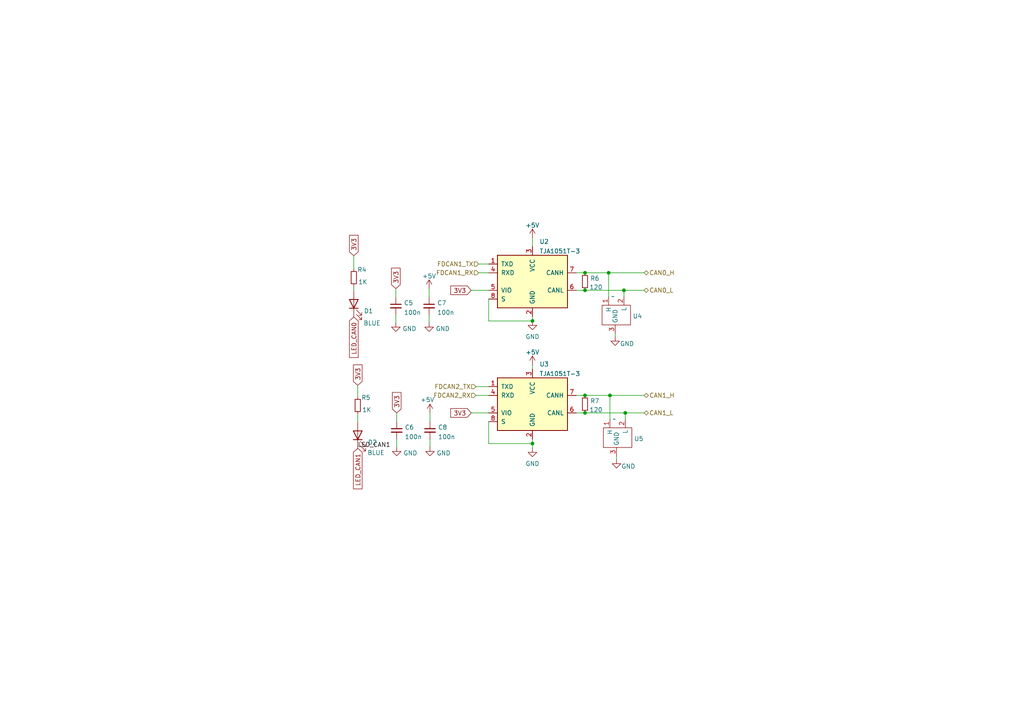
<source format=kicad_sch>
(kicad_sch (version 20230121) (generator eeschema)
  (paper "A4")
  (lib_symbols
    (symbol "Device:C_Small" (pin_numbers hide) (pin_names (offset 0.254) hide)
      (property "Reference" "C" (at 0.254 1.778 0))
      (property "Value" "C_Small" (at 0.254 -2.032 0))
      (symbol "C_Small_0_1"
        (polyline (pts (xy -1.524 -0.508) (xy 1.524 -0.508)) (stroke (width 0.3302)))
        (polyline (pts (xy -1.524 0.508) (xy 1.524 0.508)) (stroke (width 0.3048)))
      )
      (symbol "C_Small_1_1"
        (pin passive line (at 0 2.54 270) (length 2.032) (name "~") (number "1"))
        (pin passive line (at 0 -2.54 90) (length 2.032) (name "~") (number "2"))
      )
    )
    (symbol "Device:LED" (pin_numbers hide) (pin_names (offset 1.016) hide)
      (property "Reference" "D" (at 0 2.54 0))
      (property "Value" "LED" (at 0 -2.54 0))
      (symbol "LED_0_1"
        (polyline (pts (xy -1.27 -1.27) (xy -1.27 1.27)) (stroke (width 0.254)))
        (polyline (pts (xy -1.27 0) (xy 1.27 0)))
        (polyline (pts (xy 1.27 -1.27) (xy 1.27 1.27) (xy -1.27 0) (xy 1.27 -1.27)) (stroke (width 0.254)))
        (polyline (pts (xy -3.048 -0.762) (xy -4.572 -2.286) (xy -3.81 -2.286) (xy -4.572 -2.286) (xy -4.572 -1.524)))
        (polyline (pts (xy -1.778 -0.762) (xy -3.302 -2.286) (xy -2.54 -2.286) (xy -3.302 -2.286) (xy -3.302 -1.524)))
      )
      (symbol "LED_1_1"
        (pin passive line (at -3.81 0 0) (length 2.54) (name "K") (number "1"))
        (pin passive line (at 3.81 0 180) (length 2.54) (name "A") (number "2"))
      )
    )
    (symbol "Device:R_Small" (pin_numbers hide) (pin_names (offset 0.254) hide)
      (property "Reference" "R" (at 0.762 0.508 0))
      (property "Value" "R_Small" (at 0.762 -1.016 0))
      (symbol "R_Small_0_1"
        (rectangle (start -0.762 1.778) (end 0.762 -1.778) (stroke (width 0.2032)))
      )
      (symbol "R_Small_1_1"
        (pin passive line (at 0 2.54 270) (length 0.762) (name "~") (number "1"))
        (pin passive line (at 0 -2.54 90) (length 0.762) (name "~") (number "2"))
      )
    )
    (symbol "Extra IC:PESD1CAN"
      (property "Reference" "U" (at 3.81 -5.08 0))
      (symbol "PESD1CAN_0_1"
        (rectangle (start -4.445 3.81) (end 3.81 -1.905))
      )
      (symbol "PESD1CAN_1_1"
        (pin input line (at -2.54 6.35 270) (length 2.54) (name "H") (number "1"))
        (pin input line (at 1.905 6.35 270) (length 2.54) (name "L") (number "2"))
        (pin power_out line (at -0.635 -4.445 90) (length 2.54) (name "GND") (number "3"))
      )
    )
    (symbol "Interface_CAN_LIN:TJA1051T-3" (pin_names (offset 1.016))
      (property "Reference" "U" (at -10.16 8.89 0))
      (property "Value" "TJA1051T-3" (at 1.27 8.89 0))
      (symbol "TJA1051T-3_0_1"
        (rectangle (start -10.16 7.62) (end 10.16 -7.62) (stroke (width 0.254)) (fill (type background)))
      )
      (symbol "TJA1051T-3_1_1"
        (pin input line (at -12.7 5.08 0) (length 2.54) (name "TXD") (number "1"))
        (pin power_in line (at 0 -10.16 90) (length 2.54) (name "GND") (number "2"))
        (pin power_in line (at 0 10.16 270) (length 2.54) (name "VCC") (number "3"))
        (pin output line (at -12.7 2.54 0) (length 2.54) (name "RXD") (number "4"))
        (pin power_in line (at -12.7 -2.54 0) (length 2.54) (name "VIO") (number "5"))
        (pin bidirectional line (at 12.7 -2.54 180) (length 2.54) (name "CANL") (number "6"))
        (pin bidirectional line (at 12.7 2.54 180) (length 2.54) (name "CANH") (number "7"))
        (pin input line (at -12.7 -5.08 0) (length 2.54) (name "S") (number "8"))
      )
    )
    (symbol "power:+5V" (power) (pin_names (offset 0))
      (property "Value" "+5V" (at 0 3.556 0))
      (symbol "+5V_0_1"
        (polyline (pts (xy -0.762 1.27) (xy 0 2.54)))
        (polyline (pts (xy 0 0) (xy 0 2.54)))
        (polyline (pts (xy 0 2.54) (xy 0.762 1.27)))
      )
      (symbol "+5V_1_1"
        (pin power_in line (at 0 0 90) (length 0) hide (name "+5V") (number "1"))
      )
    )
    (symbol "power:GND" (power) (pin_names (offset 0))
      (property "Value" "GND" (at 0 -3.81 0))
      (symbol "GND_0_1"
        (polyline (pts (xy 0 0) (xy 0 -1.27) (xy 1.27 -1.27) (xy 0 -2.54) (xy -1.27 -1.27) (xy 0 -1.27)))
      )
      (symbol "GND_1_1"
        (pin power_in line (at 0 0 270) (length 0) hide (name "GND") (number "1"))
      )
    )
  )
  (junction (at 176.911 114.681))
  (junction (at 154.432 128.651))
  (junction (at 169.672 119.761))
  (junction (at 169.672 79.121))
  (junction (at 181.356 119.761))
  (junction (at 180.975 84.201))
  (junction (at 176.53 79.121))
  (junction (at 169.672 84.201))
  (junction (at 154.432 93.091))
  (junction (at 169.672 114.681))
  (wire (pts (xy 167.132 119.761) (xy 169.672 119.761)))
  (wire (pts (xy 114.808 91.313) (xy 114.808 93.599)))
  (wire (pts (xy 167.132 79.121) (xy 169.672 79.121)))
  (wire (pts (xy 154.432 68.961) (xy 154.432 71.501)))
  (wire (pts (xy 103.759 120.142) (xy 103.759 122.428)))
  (wire (pts (xy 169.672 79.121) (xy 176.53 79.121)))
  (wire (pts (xy 154.432 127.381) (xy 154.432 128.651)))
  (wire (pts (xy 169.672 114.681) (xy 176.911 114.681)))
  (wire (pts (xy 154.432 128.651) (xy 154.432 129.921)))
  (wire (pts (xy 138.049 112.141) (xy 141.732 112.141)))
  (wire (pts (xy 136.652 119.761) (xy 141.732 119.761)))
  (wire (pts (xy 141.732 93.091) (xy 154.432 93.091)))
  (wire (pts (xy 180.975 84.201) (xy 186.817 84.201)))
  (wire (pts (xy 103.759 111.76) (xy 103.759 115.062)))
  (wire (pts (xy 136.652 84.201) (xy 141.732 84.201)))
  (wire (pts (xy 138.811 76.581) (xy 141.732 76.581)))
  (wire (pts (xy 154.432 91.821) (xy 154.432 93.091)))
  (wire (pts (xy 138.811 79.121) (xy 141.732 79.121)))
  (wire (pts (xy 167.132 84.201) (xy 169.672 84.201)))
  (wire (pts (xy 178.816 133.223) (xy 178.816 132.334)))
  (wire (pts (xy 102.616 83.058) (xy 102.616 84.328)))
  (wire (pts (xy 180.975 84.201) (xy 180.975 85.979)))
  (wire (pts (xy 141.732 128.651) (xy 154.432 128.651)))
  (wire (pts (xy 124.714 119.761) (xy 124.714 122.301)))
  (wire (pts (xy 176.53 79.121) (xy 176.53 85.979)))
  (wire (pts (xy 169.672 119.761) (xy 181.356 119.761)))
  (wire (pts (xy 115.062 119.761) (xy 115.062 122.301)))
  (wire (pts (xy 181.356 119.761) (xy 186.817 119.761)))
  (wire (pts (xy 178.435 97.663) (xy 178.435 96.774)))
  (wire (pts (xy 102.616 74.168) (xy 102.616 77.978)))
  (wire (pts (xy 176.911 114.681) (xy 186.817 114.681)))
  (wire (pts (xy 124.46 91.313) (xy 124.46 93.599)))
  (wire (pts (xy 141.732 86.741) (xy 141.732 93.091)))
  (wire (pts (xy 124.714 127.381) (xy 124.714 129.667)))
  (wire (pts (xy 138.049 114.681) (xy 141.732 114.681)))
  (wire (pts (xy 124.46 83.693) (xy 124.46 86.233)))
  (wire (pts (xy 176.53 79.121) (xy 186.817 79.121)))
  (wire (pts (xy 115.062 127.381) (xy 115.062 129.667)))
  (wire (pts (xy 141.732 122.301) (xy 141.732 128.651)))
  (wire (pts (xy 154.432 105.791) (xy 154.432 107.061)))
  (wire (pts (xy 169.672 84.201) (xy 180.975 84.201)))
  (wire (pts (xy 167.132 114.681) (xy 169.672 114.681)))
  (wire (pts (xy 114.808 83.693) (xy 114.808 86.233)))
  (wire (pts (xy 176.911 114.681) (xy 176.911 121.539)))
  (wire (pts (xy 181.356 119.761) (xy 181.356 121.539)))
  (label "LED_CAN1" (at 103.759 130.048 0))
  (global_label "3V3" (shape input) (at 114.808 83.693 90) (property "Intersheetrefs" "${INTERSHEET_REFS}" (effects hide)))
  (global_label "3V3" (shape input) (at 136.652 84.201 180) (property "Intersheetrefs" "${INTERSHEET_REFS}" (effects hide)))
  (global_label "3V3" (shape input) (at 103.759 111.76 90) (property "Intersheetrefs" "${INTERSHEET_REFS}" (effects hide)))
  (global_label "3V3" (shape input) (at 136.652 119.761 180) (property "Intersheetrefs" "${INTERSHEET_REFS}" (effects hide)))
  (global_label "LED_CAN0" (shape input) (at 102.616 91.948 270) (property "Intersheetrefs" "${INTERSHEET_REFS}" (effects hide)))
  (global_label "3V3" (shape input) (at 102.616 74.168 90) (property "Intersheetrefs" "${INTERSHEET_REFS}" (effects hide)))
  (global_label "3V3" (shape input) (at 115.062 119.761 90) (property "Intersheetrefs" "${INTERSHEET_REFS}" (effects hide)))
  (global_label "LED_CAN1" (shape input) (at 103.759 130.048 270) (property "Intersheetrefs" "${INTERSHEET_REFS}" (effects hide)))
  (hierarchical_label "CAN0_L" (shape bidirectional) (at 186.817 84.201 0))
  (hierarchical_label "CAN1_H" (shape bidirectional) (at 186.817 114.681 0))
  (hierarchical_label "CAN1_L" (shape bidirectional) (at 186.817 119.761 0))
  (hierarchical_label "FDCAN1_TX" (shape input) (at 138.811 76.581 180))
  (hierarchical_label "FDCAN2_TX" (shape input) (at 138.049 112.141 180))
  (hierarchical_label "CAN0_H" (shape bidirectional) (at 186.817 79.121 0))
  (hierarchical_label "FDCAN1_RX" (shape input) (at 138.811 79.121 180))
  (hierarchical_label "FDCAN2_RX" (shape input) (at 138.049 114.681 180))
  (symbol (lib_id "Device:LED") (at 102.616 88.138 90) (unit 1)
    (property "Reference" "D1" (at 105.537 90.2045 90) (effects (justify right)))
    (property "Value" "BLUE" (at 105.41 93.726 90) (effects (justify right)))
    (property "Footprint" "LED_SMD:LED_0402_1005Metric" (effects hide))
    (instances (project "EtherCAT_FUNC" (path "" (reference "D1") (unit 1))) (project "EtherCAT2XXX" (path "" (reference "D4") (unit 1))))
  )
  (symbol (lib_id "Device:R_Small") (at 102.616 80.518 180) (unit 1)
    (property "Reference" "R4" (at 103.632 78.232 0) (effects (justify right)))
    (property "Value" "1K" (at 103.886 81.788 0) (effects (justify right)))
    (property "Footprint" "Resistor_SMD:R_0402_1005Metric" (effects hide))
    (instances (project "EtherCAT_FUNC" (path "" (reference "R4") (unit 1))) (project "EtherCAT2XXX" (path "" (reference "R23") (unit 1))))
  )
  (symbol (lib_id "power:+5V") (at 124.46 83.693 0) (unit 1)
    (property "Reference" "#PWR017" (effects hide))
    (property "Value" "+5V" (at 124.46 80.0885 0))
    (instances (project "EtherCAT_FUNC" (path "" (reference "#PWR017") (unit 1))) (project "EtherCAT2XXX" (path "" (reference "#PWR0150") (unit 1))))
  )
  (symbol (lib_id "Extra IC:PESD1CAN") (at 179.07 92.329 0) (unit 1)
    (property "Reference" "U4" (at 183.515 91.6933 0) (effects (justify left)))
    (property "Value" "~" (at 177.8 85.979 0))
    (property "Footprint" "Package_TO_SOT_SMD:SOT-23-3" (effects hide))
    (instances (project "EtherCAT_FUNC" (path "" (reference "U4") (unit 1))) (project "EtherCAT2XXX" (path "" (reference "U5") (unit 1))) (project "USB2XXX" (path "" (reference "U10") (unit 1))))
  )
  (symbol (lib_id "Device:C_Small") (at 114.808 88.773 0) (unit 1)
    (property "Reference" "C5" (at 117.1321 87.8708 0) (effects (justify left)))
    (property "Value" "100n" (at 117.1321 90.6459 0) (effects (justify left)))
    (property "Footprint" "Capacitor_SMD:C_0402_1005Metric" (effects hide))
    (instances (project "EtherCAT_FUNC" (path "" (reference "C5") (unit 1))) (project "EtherCAT2XXX" (path "" (reference "C29") (unit 1))))
  )
  (symbol (lib_id "power:GND") (at 154.432 93.091 0) (unit 1)
    (property "Reference" "#PWR028" (effects hide))
    (property "Value" "GND" (at 154.432 97.6535 0))
    (instances (project "EtherCAT_FUNC" (path "" (reference "#PWR028") (unit 1))) (project "EtherCAT2XXX" (path "" (reference "#PWR0141") (unit 1))))
  )
  (symbol (lib_id "power:+5V") (at 154.432 68.961 0) (unit 1)
    (property "Reference" "#PWR027" (effects hide))
    (property "Value" "+5V" (at 154.432 65.3565 0))
    (instances (project "EtherCAT_FUNC" (path "" (reference "#PWR027") (unit 1))) (project "EtherCAT2XXX" (path "" (reference "#PWR0159") (unit 1))))
  )
  (symbol (lib_id "Device:R_Small") (at 103.759 117.602 180) (unit 1)
    (property "Reference" "R5" (at 104.775 115.316 0) (effects (justify right)))
    (property "Value" "1K" (at 105.029 118.872 0) (effects (justify right)))
    (property "Footprint" "Resistor_SMD:R_0402_1005Metric" (effects hide))
    (instances (project "EtherCAT_FUNC" (path "" (reference "R5") (unit 1))) (project "EtherCAT2XXX" (path "" (reference "R22") (unit 1))))
  )
  (symbol (lib_id "power:GND") (at 178.435 97.663 0) (unit 1)
    (property "Reference" "#PWR031" (effects hide))
    (property "Value" "GND" (at 181.864 99.695 0))
    (instances (project "EtherCAT_FUNC" (path "" (reference "#PWR031") (unit 1))) (project "EtherCAT2XXX" (path "" (reference "#PWR014") (unit 1))) (project "USB2XXX" (path "" (reference "#PWR085") (unit 1))))
  )
  (symbol (lib_id "Interface_CAN_LIN:TJA1051T-3") (at 154.432 81.661 0) (unit 1)
    (property "Reference" "U2" (at 156.4514 70.0745 0) (effects (justify left)))
    (property "Value" "TJA1051T-3" (at 156.4514 72.8496 0) (effects (justify left)))
    (property "Footprint" "Package_SO:SOIC-8_3.9x4.9mm_P1.27mm" (effects hide))
    (property "Datasheet" "http://www.nxp.com/documents/data_sheet/TJA1051.pdf" (effects hide))
    (instances (project "EtherCAT_FUNC" (path "" (reference "U2") (unit 1))) (project "EtherCAT2XXX" (path "" (reference "U6") (unit 1))))
  )
  (symbol (lib_id "power:GND") (at 124.714 129.667 0) (unit 1)
    (property "Reference" "#PWR026" (effects hide))
    (property "Value" "GND" (at 126.619 131.416 0) (effects (justify left)))
    (instances (project "EtherCAT_FUNC" (path "" (reference "#PWR026") (unit 1))) (project "EtherCAT2XXX" (path "" (reference "#PWR0154") (unit 1))))
  )
  (symbol (lib_id "power:+5V") (at 154.432 105.791 0) (unit 1)
    (property "Reference" "#PWR029" (effects hide))
    (property "Value" "+5V" (at 154.432 102.1865 0))
    (instances (project "EtherCAT_FUNC" (path "" (reference "#PWR029") (unit 1))) (project "EtherCAT2XXX" (path "" (reference "#PWR0142") (unit 1))))
  )
  (symbol (lib_id "Device:C_Small") (at 115.062 124.841 0) (unit 1)
    (property "Reference" "C6" (at 117.3861 123.9388 0) (effects (justify left)))
    (property "Value" "100n" (at 117.3861 126.7139 0) (effects (justify left)))
    (property "Footprint" "Capacitor_SMD:C_0402_1005Metric" (effects hide))
    (instances (project "EtherCAT_FUNC" (path "" (reference "C6") (unit 1))) (project "EtherCAT2XXX" (path "" (reference "C31") (unit 1))))
  )
  (symbol (lib_id "Extra IC:PESD1CAN") (at 179.451 127.889 0) (unit 1)
    (property "Reference" "U5" (at 183.896 127.2533 0) (effects (justify left)))
    (property "Value" "~" (at 178.181 121.539 0))
    (property "Footprint" "Package_TO_SOT_SMD:SOT-23-3" (effects hide))
    (instances (project "EtherCAT_FUNC" (path "" (reference "U5") (unit 1))) (project "EtherCAT2XXX" (path "" (reference "U11") (unit 1))) (project "USB2XXX" (path "" (reference "U10") (unit 1))))
  )
  (symbol (lib_id "Device:C_Small") (at 124.714 124.841 0) (unit 1)
    (property "Reference" "C8" (at 127.0381 123.9388 0) (effects (justify left)))
    (property "Value" "100n" (at 127.0381 126.7139 0) (effects (justify left)))
    (property "Footprint" "Capacitor_SMD:C_0402_1005Metric" (effects hide))
    (instances (project "EtherCAT_FUNC" (path "" (reference "C8") (unit 1))) (project "EtherCAT2XXX" (path "" (reference "C32") (unit 1))))
  )
  (symbol (lib_id "Device:R_Small") (at 169.672 81.661 0) (unit 1)
    (property "Reference" "R6" (at 171.1706 80.7525 0) (effects (justify left)))
    (property "Value" "120" (at 170.942 83.312 0) (effects (justify left)))
    (property "Footprint" "Resistor_SMD:R_0402_1005Metric" (effects hide))
    (instances (project "EtherCAT_FUNC" (path "" (reference "R6") (unit 1))) (project "EtherCAT2XXX" (path "" (reference "R26") (unit 1))))
  )
  (symbol (lib_id "Device:C_Small") (at 124.46 88.773 0) (unit 1)
    (property "Reference" "C7" (at 126.7841 87.8708 0) (effects (justify left)))
    (property "Value" "100n" (at 126.7841 90.6459 0) (effects (justify left)))
    (property "Footprint" "Capacitor_SMD:C_0402_1005Metric" (effects hide))
    (instances (project "EtherCAT_FUNC" (path "" (reference "C7") (unit 1))) (project "EtherCAT2XXX" (path "" (reference "C30") (unit 1))))
  )
  (symbol (lib_id "power:GND") (at 154.432 129.921 0) (unit 1)
    (property "Reference" "#PWR030" (effects hide))
    (property "Value" "GND" (at 154.432 134.4835 0))
    (instances (project "EtherCAT_FUNC" (path "" (reference "#PWR030") (unit 1))) (project "EtherCAT2XXX" (path "" (reference "#PWR0143") (unit 1))))
  )
  (symbol (lib_id "power:+5V") (at 124.714 119.761 0) (unit 1)
    (property "Reference" "#PWR019" (effects hide))
    (property "Value" "+5V" (at 123.952 115.951 0))
    (instances (project "EtherCAT_FUNC" (path "" (reference "#PWR019") (unit 1))) (project "EtherCAT2XXX" (path "" (reference "#PWR0148") (unit 1))))
  )
  (symbol (lib_id "power:GND") (at 124.46 93.599 0) (unit 1)
    (property "Reference" "#PWR018" (effects hide))
    (property "Value" "GND" (at 126.365 95.348 0) (effects (justify left)))
    (instances (project "EtherCAT_FUNC" (path "" (reference "#PWR018") (unit 1))) (project "EtherCAT2XXX" (path "" (reference "#PWR0147") (unit 1))))
  )
  (symbol (lib_id "Device:LED") (at 103.759 126.238 90) (unit 1)
    (property "Reference" "D2" (at 106.68 128.3045 90) (effects (justify right)))
    (property "Value" "BLUE" (at 106.553 131.318 90) (effects (justify right)))
    (property "Footprint" "LED_SMD:LED_0402_1005Metric" (effects hide))
    (instances (project "EtherCAT_FUNC" (path "" (reference "D2") (unit 1))) (project "EtherCAT2XXX" (path "" (reference "D3") (unit 1))))
  )
  (symbol (lib_id "Device:R_Small") (at 169.672 117.221 0) (unit 1)
    (property "Reference" "R7" (at 171.1706 116.3125 0) (effects (justify left)))
    (property "Value" "120" (at 170.942 118.872 0) (effects (justify left)))
    (property "Footprint" "Resistor_SMD:R_0402_1005Metric" (effects hide))
    (instances (project "EtherCAT_FUNC" (path "" (reference "R7") (unit 1))) (project "EtherCAT2XXX" (path "" (reference "R27") (unit 1))))
  )
  (symbol (lib_id "power:GND") (at 115.062 129.667 0) (unit 1)
    (property "Reference" "#PWR016" (effects hide))
    (property "Value" "GND" (at 116.967 131.416 0) (effects (justify left)))
    (instances (project "EtherCAT_FUNC" (path "" (reference "#PWR016") (unit 1))) (project "EtherCAT2XXX" (path "" (reference "#PWR0155") (unit 1))))
  )
  (symbol (lib_id "Interface_CAN_LIN:TJA1051T-3") (at 154.432 117.221 0) (unit 1)
    (property "Reference" "U3" (at 156.4514 105.6345 0) (effects (justify left)))
    (property "Value" "TJA1051T-3" (at 156.4514 108.4096 0) (effects (justify left)))
    (property "Footprint" "Package_SO:SOIC-8_3.9x4.9mm_P1.27mm" (effects hide))
    (property "Datasheet" "http://www.nxp.com/documents/data_sheet/TJA1051.pdf" (effects hide))
    (instances (project "EtherCAT_FUNC" (path "" (reference "U3") (unit 1))) (project "EtherCAT2XXX" (path "" (reference "U7") (unit 1))))
  )
  (symbol (lib_id "power:GND") (at 178.816 133.223 0) (unit 1)
    (property "Reference" "#PWR032" (effects hide))
    (property "Value" "GND" (at 182.245 135.255 0))
    (instances (project "EtherCAT_FUNC" (path "" (reference "#PWR032") (unit 1))) (project "EtherCAT2XXX" (path "" (reference "#PWR015") (unit 1))) (project "USB2XXX" (path "" (reference "#PWR085") (unit 1))))
  )
  (symbol (lib_id "power:GND") (at 114.808 93.599 0) (unit 1)
    (property "Reference" "#PWR015" (effects hide))
    (property "Value" "GND" (at 116.713 95.348 0) (effects (justify left)))
    (instances (project "EtherCAT_FUNC" (path "" (reference "#PWR015") (unit 1))) (project "EtherCAT2XXX" (path "" (reference "#PWR0149") (unit 1))))
  )
)
</source>
